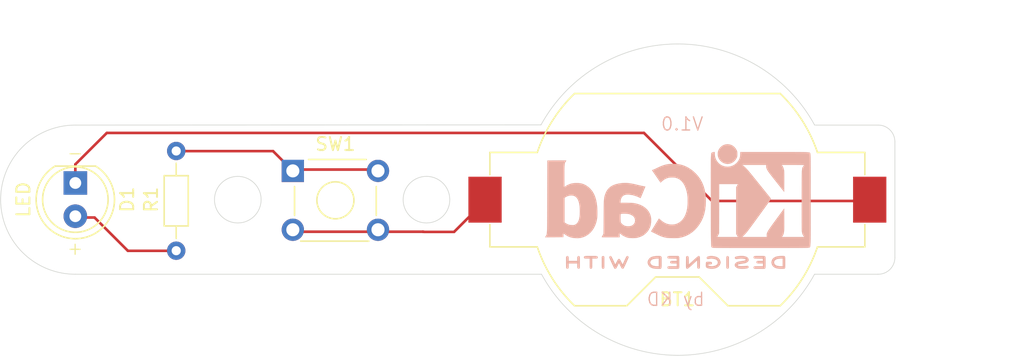
<source format=kicad_pcb>
(kicad_pcb (version 20240108) (generator "pcbnew") (generator_version "8.0")
  (title_block (title "LED Tourch") (date "2024-08-23") (rev "0.1"))
  (layers (0 "F.Cu" signal) (31 "B.Cu" signal) (34 "B.Paste" user) (35 "F.Paste" user) (36 "B.SilkS" user "B.Silkscreen") (37 "F.SilkS" user "F.Silkscreen") (38 "B.Mask" user) (39 "F.Mask" user) (44 "Edge.Cuts" user))
  (net 0 "")
  (net 1 "/LED_cathode")
  (net 2 "/bat_pos")
  (net 3 "/LED_anode")
  (net 4 "Net-(SW1A-A)")
  (footprint "Resistor_THT:R_Axial_DIN0204_L3.6mm_D1.6mm_P7.62mm_Horizontal" (layer "F.Cu") (at 128.7 122.8 90)
    (property "Reference" "R1" (at 3.9 -1.92 90) (layer "F.SilkS"))
    (property "Value" "R")
    (pad "1" thru_hole circle (at 0 0 90) (size 1.4 1.4) (drill 0.7) (layers "*.Cu" "*.Mask") (net 3 "/LED_anode"))
    (pad "2" thru_hole oval (at 7.62 0 90) (size 1.4 1.4) (drill 0.7) (layers "*.Cu" "*.Mask") (net 4 "Net-(SW1A-A)"))
  )
  (footprint "Button_Switch_THT:SW_TH_Tactile_Omron_B3F-10xx" (layer "F.Cu") (at 137.6 116.7)
    (property "Reference" "SW1" (at 3.25 -2.05 0) (layer "F.SilkS"))
    (property "Value" "SW_DPST_x2")
    (pad "1" thru_hole rect (at 0 0) (size 1.7 1.7) (drill 1) (layers "*.Cu" "*.Mask") (net 4 "Net-(SW1A-A)"))
    (pad "1" thru_hole circle (at 6.5 0) (size 1.7 1.7) (drill 1) (layers "*.Cu" "*.Mask") (net 4 "Net-(SW1A-A)"))
    (pad "2" thru_hole circle (at 0 4.5) (size 1.7 1.7) (drill 1) (layers "*.Cu" "*.Mask") (net 2 "/bat_pos"))
    (pad "2" thru_hole circle (at 6.5 4.5) (size 1.7 1.7) (drill 1) (layers "*.Cu" "*.Mask") (net 2 "/bat_pos"))
  )
  (footprint "Battery:BatteryHolder_Keystone_1058_1x2032" (layer "F.Cu") (at 166.95 118.9)
    (property "Reference" "BT1" (at 0 7.62 0) (layer "F.SilkS"))
    (property "Value" "Battery_Cell")
    (pad "1" smd rect (at -14.68 0) (size 2.54 3.51) (layers "F.Cu" "F.Paste" "F.Mask") (net 2 "/bat_pos"))
    (pad "2" smd rect (at 14.68 0) (size 2.54 3.51) (layers "F.Cu" "F.Paste" "F.Mask") (net 1 "/LED_cathode"))
  )
  (footprint "LED_THT:LED_D5.0mm" (layer "F.Cu") (at 121 117.625 -90)
    (property "Reference" "D1" (at 1.27 -3.96 90) (layer "F.SilkS"))
    (property "Value" "LED" (at 1.27 3.96 90) (layer "F.SilkS"))
    (pad "1" thru_hole rect (at 0 0 270) (size 1.8 1.8) (drill 0.9) (layers "*.Cu" "*.Mask") (net 1 "/LED_cathode"))
    (pad "2" thru_hole circle (at 2.54 0 270) (size 1.8 1.8) (drill 0.9) (layers "*.Cu" "*.Mask") (net 3 "/LED_anode"))
  )
  (footprint "Symbol:KiCad-Logo2_8mm_SilkScreen" (layer "B.Cu") (at 167 118.6 180)
    (property "Reference" "REF1" (hide yes))
    (property "Value" "KiCad-Logo2_8mm_SilkScreen" (hide yes))
  )
  (gr_line (start 182.28 113.2) (end 177.423284 113.2) (stroke (width 0.05)) (layer "Edge.Cuts"))
  (gr_arc (start 177.417189 124.6) (mid 166.997909 130.795523) (end 156.580815 124.596325) (stroke (width 0.05)) (layer "Edge.Cuts"))
  (gr_arc (start 156.542162 113.184756) (mid 166.985676 106.999897) (end 177.423286 113.194716) (stroke (width 0.05)) (layer "Edge.Cuts"))
  (gr_arc (start 121 124.6) (mid 115.3 118.9) (end 121 113.2) (stroke (width 0.05)) (layer "Edge.Cuts"))
  (gr_circle (center 133.4 118.9) (end 132 117.8) (stroke (width 0.05)) (fill none) (layer "Edge.Cuts"))
  (gr_line (start 182.28 124.6) (end 177.417189 124.6) (stroke (width 0.05)) (layer "Edge.Cuts"))
  (gr_line (start 121 124.6) (end 156.574044 124.6) (stroke (width 0.05)) (layer "Edge.Cuts"))
  (gr_arc (start 183.55 123.33) (mid 183.178026 124.228026) (end 182.28 124.6) (stroke (width 0.05)) (layer "Edge.Cuts"))
  (gr_line (start 156.542161 113.184756) (end 121 113.2) (stroke (width 0.05)) (layer "Edge.Cuts"))
  (gr_line (start 183.55 123.33) (end 183.55 114.47) (stroke (width 0.05)) (layer "Edge.Cuts"))
  (gr_circle (center 147.8 118.9) (end 146.4 117.8) (stroke (width 0.05)) (fill none) (layer "Edge.Cuts"))
  (gr_arc (start 182.28 113.2) (mid 183.178026 113.571974) (end 183.55 114.47) (stroke (width 0.05)) (layer "Edge.Cuts"))
  (gr_text "by KD" (at 169.1 127.1 0) (layer "B.SilkS") (effects (font (size 1 1) (thickness 0.1)) (justify left bottom mirror)))
  (gr_text "V1.0" (at 169 113.7 0) (layer "B.SilkS") (effects (font (size 1 1) (thickness 0.1)) (justify left bottom mirror)))
  (gr_text "+" (at 120.3 123.2 0) (layer "F.SilkS") (effects (font (size 1 1) (thickness 0.1)) (justify left bottom)))
  (gr_text "-" (at 120.3 115.9 0) (layer "F.SilkS") (effects (font (size 1 1) (thickness 0.1)) (justify left bottom)))
  (segment (start 121 117.725) (end 121 116.2) (width 0.2) (layer "F.Cu") (net 1))
  (segment (start 123.4 113.8) (end 164.4 113.8) (width 0.2) (layer "F.Cu") (net 1))
  (segment (start 169.6 119) (end 181.63 119) (width 0.2) (layer "F.Cu") (net 1))
  (segment (start 164.4 113.8) (end 169.6 119) (width 0.2) (layer "F.Cu") (net 1))
  (segment (start 121 116.2) (end 123.4 113.8) (width 0.2) (layer "F.Cu") (net 1))
  (segment (start 147.638651 121.364638) (end 149.905362 121.364638) (width 0.2) (layer "F.Cu") (net 2))
  (segment (start 137.6 121.2) (end 137.75 121.35) (width 0.2) (layer "F.Cu") (net 2))
  (segment (start 149.905362 121.364638) (end 152.27 119) (width 0.2) (layer "F.Cu") (net 2))
  (segment (start 147.536531 121.35) (end 147.638651 121.364638) (width 0.2) (layer "F.Cu") (net 2))
  (segment (start 137.75 121.35) (end 147.536531 121.35) (width 0.2) (layer "F.Cu") (net 2))
  (segment (start 122.465 120.265) (end 125.01 122.81) (width 0.2) (layer "F.Cu") (net 3))
  (segment (start 121 120.265) (end 122.465 120.265) (width 0.2) (layer "F.Cu") (net 3))
  (segment (start 125.01 122.81) (end 128.7 122.81) (width 0.2) (layer "F.Cu") (net 3))
  (segment (start 137.5 116.6) (end 144 116.6) (width 0.2) (layer "F.Cu") (net 4))
  (segment (start 144 116.6) (end 144.1 116.7) (width 0.2) (layer "F.Cu") (net 4))
  (segment (start 136.09 115.19) (end 137.5 116.6) (width 0.2) (layer "F.Cu") (net 4))
  (segment (start 128.7 115.19) (end 136.09 115.19) (width 0.2) (layer "F.Cu") (net 4))
)
</source>
